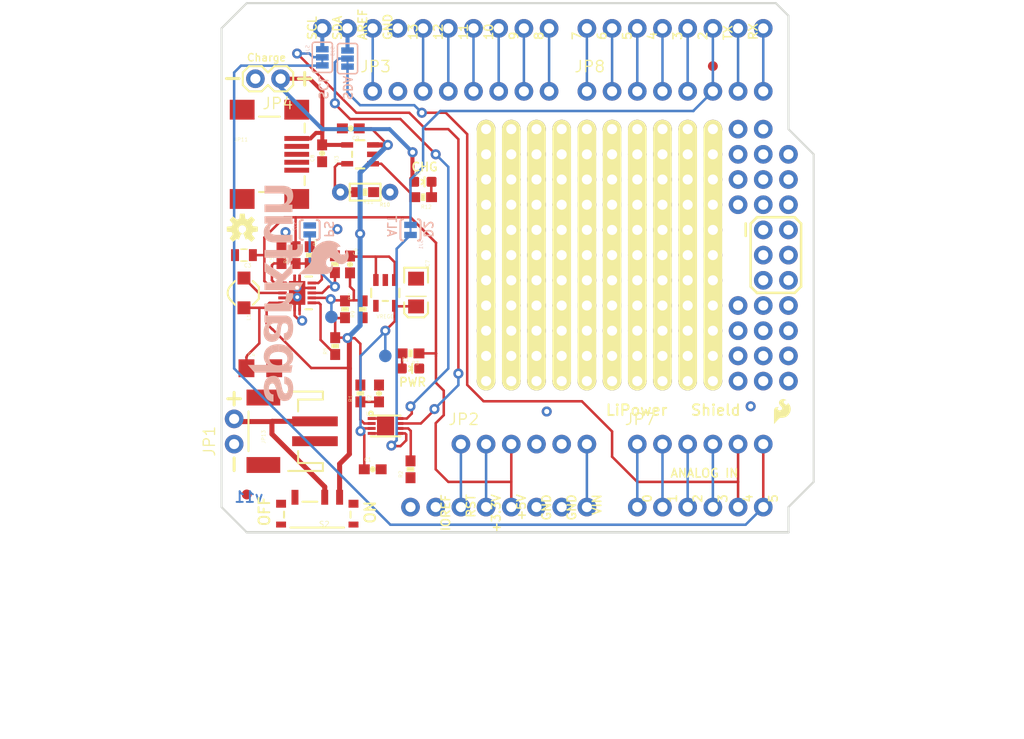
<source format=kicad_pcb>
(kicad_pcb (version 20211014) (generator pcbnew)
  (layers (0 "F.Cu" signal) (31 "B.Cu" signal) (34 "B.Paste" user) (35 "F.Paste" user) (36 "B.SilkS" user "B.Silkscreen") (37 "F.SilkS" user "F.Silkscreen") (38 "B.Mask" user) (39 "F.Mask" user) (44 "Edge.Cuts" user))
  (net 0 "")
  (net 1 "GND")
  (net 2 "PROG")
  (net 3 "N$5")
  (net 4 "5V")
  (net 5 "3.3V")
  (net 6 "VBATT")
  (net 7 "VBUS")
  (net 8 "SCL")
  (net 9 "N$20")
  (net 10 "RST")
  (net 11 "P1")
  (net 12 "P2")
  (net 13 "P3")
  (net 14 "P4")
  (net 15 "P5")
  (net 16 "P6")
  (net 17 "P7")
  (net 18 "P8")
  (net 19 "P9")
  (net 20 "P10")
  (net 21 "AREF")
  (net 22 "A3")
  (net 23 "A2")
  (net 24 "A1")
  (net 25 "A0")
  (net 26 "RX")
  (net 27 "TX")
  (net 28 "D3")
  (net 29 "D4")
  (net 30 "D5")
  (net 31 "D7")
  (net 32 "D6")
  (net 33 "D8")
  (net 34 "D9")
  (net 35 "D10")
  (net 36 "D11")
  (net 37 "D12")
  (net 38 "D13")
  (net 39 "D2")
  (net 40 "VIN")
  (net 41 "STAT")
  (net 42 "CELL")
  (net 43 "ALT")
  (net 44 "QST")
  (net 45 "3.3-ARDUINO")
  (net 46 "N$1")
  (net 47 "N$3")
  (net 48 "N$4")
  (net 49 "UVLO")
  (net 50 "FB")
  (net 51 "EN")
  (net 52 "PS")
  (net 53 "SDA-R3")
  (net 54 "SDA-A4")
  (net 55 "SCL-R3")
  (net 56 "SCL-A5")
  (net 57 "N$7")
  (net 58 "N$8")
  (net 59 "N$9")
  (net 60 "N$10")
  (net 61 "N$11")
  (net 62 "N$12")
  (net 63 "N$13")
  (net 64 "N$14")
  (net 65 "N$15")
  (net 66 "N$16")
  (net 67 "N$17")
  (net 68 "N$18")
  (net 69 "N$19")
  (net 70 "N$21")
  (net 71 "N$22")
  (net 72 "N$23")
  (net 73 "N$24")
  (net 74 "N$25")
  (net 75 "N$26")
  (net 76 "N$27")
  (net 77 "N$28")
  (net 78 "N$29")
  (net 79 "N$30")
  (net 80 "N$31")
  (net 81 "N$32")
  (net 82 "N$33")
  (net 83 "N$34")
  (net 84 "N$35")
  (net 85 "N$36")
  (net 86 "N$37")
  (footprint "boardEagle:1X02_NO_SILK" (layer "F.Cu") (at 119.9261 122.7709 90)
    (fp_text reference "JP1")
    (fp_text value "")
  )
  (footprint "boardEagle:0603-RES" (layer "F.Cu") (at 132.8801 109.1819 90)
    (fp_text reference "R9")
    (fp_text value "200k")
  )
  (footprint "boardEagle:1X06_NO_SILK" (layer "F.Cu") (at 160.5661 122.7709)
    (fp_text reference "JP7")
    (fp_text value "")
  )
  (footprint "boardEagle:FIDUCIAL-1X2" (layer "F.Cu") (at 168.1861 84.6709)
    (fp_text reference "FID2" hide)
    (fp_text value "FIDUCIAL1X2" hide)
  )
  (footprint "boardEagle:1X02" (layer "F.Cu") (at 124.609859 85.9409 180)
    (fp_text reference "JP4")
    (fp_text value "M02PTH")
  )
  (footprint "boardEagle:LED-0603" (layer "F.Cu") (at 137.7061 115.1509 -90)
    (fp_text reference "D1")
    (fp_text value "RED")
  )
  (footprint "boardEagle:0603-RES" (layer "F.Cu") (at 133.1341 97.3709 180)
    (fp_text reference "R11")
    (fp_text value "10k")
  )
  (footprint "boardEagle:0603-RES" (layer "F.Cu") (at 127.5461 103.7209 -90)
    (fp_text reference "R6")
    (fp_text value "220k")
  )
  (footprint "boardEagle:0603-RES" (layer "F.Cu") (at 132.6515 117.6655 90)
    (fp_text reference "R1")
    (fp_text value "1k")
  )
  (footprint "boardEagle:0603-RES" (layer "F.Cu") (at 137.7061 113.6269 180)
    (fp_text reference "R3")
    (fp_text value "330")
  )
  (footprint "boardEagle:INDUCTOR_4.7UH" (layer "F.Cu") (at 120.9167 107.5309 -90)
    (fp_text reference "L1")
    (fp_text value "4.7uH, 1.2A")
  )
  (footprint "boardEagle:QFN-10_PAD" (layer "F.Cu") (at 126.2761 107.5309 -90)
    (fp_text reference "U2" hide)
    (fp_text value "TPS61200" hide)
  )
  (footprint "boardEagle:1X06_NO_SILK" (layer "F.Cu") (at 142.7861 122.7709)
    (fp_text reference "JP2")
    (fp_text value "")
  )
  (footprint "boardEagle:0603-RES" (layer "F.Cu") (at 130.0861 104.6353 90)
    (fp_text reference "R8")
    (fp_text value "10k")
  )
  (footprint "boardEagle:0603-CAP" (layer "F.Cu") (at 128.795781 93.45676 90)
    (fp_text reference "C8")
    (fp_text value "4.7uF")
  )
  (footprint "boardEagle:USB-MINIB" (layer "F.Cu") (at 123.7361 93.5609)
    (fp_text reference "JP11")
    (fp_text value "USBSMD")
  )
  (footprint "boardEagle:UNO_R3_SHIELD" (layer "F.Cu") (at 118.6561 78.3209 -90)
    (fp_text reference "U4" hide)
    (fp_text value "ARDUINO_R3_SHIELD" hide)
  )
  (footprint "boardEagle:STAND-OFF-TIGHT" (layer "F.Cu") (at 175.8061 125.3109)
    (fp_text reference "JP10" hide)
    (fp_text value "STAND-OFFTIGHT" hide)
  )
  (footprint "boardEagle:SWITCH-SPST-SMD-A" (layer "F.Cu") (at 128.3081 129.8829 180)
    (fp_text reference "S2")
    (fp_text value "")
  )
  (footprint "boardEagle:LED-0603" (layer "F.Cu") (at 138.9507 96.3295 -90)
    (fp_text reference "D2")
    (fp_text value "RED")
  )
  (footprint "boardEagle:0603-RES" (layer "F.Cu") (at 126.1237 103.7209 90)
    (fp_text reference "R4")
    (fp_text value "2M")
  )
  (footprint "boardEagle:0603-CAP" (layer "F.Cu") (at 131.6863 90.9447 180)
    (fp_text reference "C9")
    (fp_text value "4.7uF")
  )
  (footprint "boardEagle:SOT23-5" (layer "F.Cu") (at 132.6261 93.5609 90)
    (fp_text reference "U3")
    (fp_text value "MCP73831")
  )
  (footprint "boardEagle:FIDUCIAL-1X2" (layer "F.Cu") (at 121.1961 127.8509)
    (fp_text reference "FID1" hide)
    (fp_text value "FIDUCIAL1X2" hide)
  )
  (footprint "boardEagle:0603-RES" (layer "F.Cu") (at 131.1021 109.1819 -90)
    (fp_text reference "R7")
    (fp_text value "2.0M")
  )
  (footprint "boardEagle:TDFN-8" (layer "F.Cu") (at 135.1915 120.9421)
    (fp_text reference "U1")
    (fp_text value "MAX17043G+U")
  )
  (footprint "boardEagle:JST-2-SMD" (layer "F.Cu") (at 124.37364 121.478041 90)
    (fp_text reference "JP13")
    (fp_text value "")
  )
  (footprint "boardEagle:1206" (layer "F.Cu") (at 122.5677 115.1255)
    (fp_text reference "C4")
    (fp_text value "10uF")
  )
  (footprint "boardEagle:0603-RES" (layer "F.Cu") (at 138.9761 97.8789 180)
    (fp_text reference "R12")
    (fp_text value "330")
  )
  (footprint "boardEagle:SOT23-5" (layer "F.Cu") (at 135.1661 107.5309 180)
    (fp_text reference "VREG0")
    (fp_text value "MIC5205-3.3V")
  )
  (footprint "boardEagle:1X08_NO_SILK" (layer "F.Cu") (at 155.4861 87.2109)
    (fp_text reference "JP8")
    (fp_text value "")
  )
  (footprint "boardEagle:0603-CAP" (layer "F.Cu") (at 131.6101 104.6607 -90)
    (fp_text reference "C6")
    (fp_text value "0.1uF")
  )
  (footprint "boardEagle:0603-RES" (layer "F.Cu") (at 137.7061 125.3109 90)
    (fp_text reference "R2")
    (fp_text value "4.7k")
  )
  (footprint "boardEagle:1_6W-RES" (layer "F.Cu") (at 133.1341 97.3709 180)
    (fp_text reference "R10")
    (fp_text value "DNP" hide)
  )
  (footprint "boardEagle:SFE_LOGO_FLAME_.1" (layer "F.Cu") (at 174.0281 121.1199)
    (fp_text reference "LOGO3" hide)
    (fp_text value "SFE_LOGO_FLAME.1_INCH" hide)
  )
  (footprint "boardEagle:EIA3216" (layer "F.Cu") (at 138.26744 107.4928 -90)
    (fp_text reference "C7")
    (fp_text value "10uF")
  )
  (footprint "boardEagle:0603-CAP" (layer "F.Cu") (at 133.8961 125.3109)
    (fp_text reference "C1")
    (fp_text value "10nF")
  )
  (footprint "boardEagle:0603-CAP" (layer "F.Cu") (at 134.5311 117.6655 90)
    (fp_text reference "C2")
    (fp_text value "1uF")
  )
  (footprint "boardEagle:0603-RES" (layer "F.Cu") (at 130.1115 112.8903 90)
    (fp_text reference "R5")
    (fp_text value "10k")
  )
  (footprint "boardEagle:CREATIVE_COMMONS" (layer "F.Cu") (at 116.643979 149.4409)
    (fp_text reference "FRAME1" hide)
    (fp_text value "FRAME-LETTER" hide)
  )
  (footprint "boardEagle:OSHW-LOGO-S" (layer "F.Cu") (at 120.749059 101.1047)
    (fp_text reference "LOGO1" hide)
    (fp_text value "OSHW-LOGOS" hide)
  )
  (footprint "boardEagle:0805" (layer "F.Cu") (at 120.9167 103.7209 180)
    (fp_text reference "C3")
    (fp_text value "22uF")
  )
  (footprint "boardEagle:STAND-OFF-TIGHT" (layer "F.Cu") (at 123.7361 80.8609)
    (fp_text reference "JP9" hide)
    (fp_text value "STAND-OFFTIGHT" hide)
  )
  (footprint "boardEagle:1X08_NO_SILK" (layer "F.Cu") (at 133.8961 87.2109)
    (fp_text reference "JP3")
    (fp_text value "")
  )
  (footprint "boardEagle:0603-CAP" (layer "F.Cu") (at 124.7013 103.7209 90)
    (fp_text reference "C5")
    (fp_text value "0.1uF")
  )
  (footprint "boardEagle:SJ_2S-NO" (layer "B.Cu") (at 127.5461 101.1809 -90)
    (fp_text reference "SJ2")
    (fp_text value "PS")
  )
  (footprint "boardEagle:SFE_LOGO_NAME_FLAME_.2" (layer "B.Cu") (at 121.1961 119.2149 90)
    (fp_text reference "LOGO2" hide)
    (fp_text value "SFE_LOGO_NAME_FLAME.2_INCH" hide)
  )
  (footprint "boardEagle:SJ_2S-TRACE" (layer "B.Cu") (at 137.7061 101.1809 90)
    (fp_text reference "SJ1")
    (fp_text value "SOLDERJUMPERTRACE")
  )
  (footprint "boardEagle:PAD.03X.05" (layer "B.Cu") (at 135.1661 113.8809 180)
    (fp_text reference "TP2" hide)
    (fp_text value "TEST-POINT3X5" hide)
  )
  (footprint "boardEagle:PAD.03X.05" (layer "B.Cu") (at 129.73304 109.948982 180)
    (fp_text reference "TP1" hide)
    (fp_text value "TEST-POINT3X5" hide)
  )
  (footprint "boardEagle:PAD-JUMPER-3-2OF3_NC_BY_TRACE_YES_SILK_FULL_BOX" (layer "B.Cu") (at 128.8161 83.7819 -90)
    (fp_text reference "SJ4")
    (fp_text value "SCL")
  )
  (footprint "boardEagle:PAD-JUMPER-3-2OF3_NC_BY_TRACE_YES_SILK_FULL_BOX" (layer "B.Cu") (at 131.3561 83.9089 -90)
    (fp_text reference "SJ3")
    (fp_text value "SDA")
  )
  (gr_line (start 152.9461 91.0209) (end 152.9461 116.4209) (layer "F.SilkS") (width 1.8796))
  (gr_line (start 177.07864 106.888282) (end 177.07864 100.5459) (layer "F.SilkS") (width 0.254))
  (gr_line (start 171.498259 100.523041) (end 171.498259 101.764482) (layer "F.SilkS") (width 0.254))
  (gr_line (start 172.598081 99.943919) (end 172.595543 99.943919) (layer "F.SilkS") (width 0.254))
  (gr_line (start 172.6438 99.8982) (end 172.598081 99.943919) (layer "F.SilkS") (width 0.254))
  (gr_line (start 176.438562 107.52836) (end 177.07864 106.888282) (layer "F.SilkS") (width 0.254))
  (gr_line (start 150.4061 91.0209) (end 150.4061 116.4209) (layer "F.SilkS") (width 1.8796))
  (gr_line (start 145.3261 91.0209) (end 145.3261 116.4209) (layer "F.SilkS") (width 1.8796))
  (gr_line (start 147.8661 91.0209) (end 147.8661 116.4209) (layer "F.SilkS") (width 1.8796))
  (gr_line (start 173.2661 107.5309) (end 172.6311 107.5309) (layer "F.SilkS") (width 0.254))
  (gr_line (start 127.0381 86.5759) (end 127.0381 85.3059) (layer "F.SilkS") (width 0.3048))
  (gr_line (start 172.6311 107.5309) (end 171.9961 106.8959) (layer "F.SilkS") (width 0.254))
  (gr_line (start 119.156481 85.920582) (end 120.426481 85.920582) (layer "F.SilkS") (width 0.3048))
  (gr_line (start 119.9261 118.8339) (end 119.9261 117.5639) (layer "F.SilkS") (width 0.3048))
  (gr_line (start 160.5661 91.0209) (end 160.5661 116.4209) (layer "F.SilkS") (width 1.8796))
  (gr_line (start 171.9961 106.8959) (end 171.9961 100.5459) (layer "F.SilkS") (width 0.254))
  (gr_arc (start 171.50588 101.782882) (mid 171.500239 101.77444) (end 171.498259 101.764482) (layer "F.SilkS") (width 0.254))
  (gr_line (start 155.4861 91.0209) (end 155.4861 116.4209) (layer "F.SilkS") (width 1.8796))
  (gr_line (start 163.1061 91.0209) (end 163.1061 116.4209) (layer "F.SilkS") (width 1.8796))
  (gr_line (start 171.9961 100.5459) (end 172.598081 99.943919) (layer "F.SilkS") (width 0.254))
  (gr_line (start 119.9261 125.4379) (end 119.9261 124.1679) (layer "F.SilkS") (width 0.3048))
  (gr_line (start 168.1861 91.0209) (end 168.1861 116.4209) (layer "F.SilkS") (width 1.8796))
  (gr_line (start 172.6311 107.52836) (end 176.438562 107.52836) (layer "F.SilkS") (width 0.254))
  (gr_line (start 119.2911 118.1989) (end 120.5611 118.1989) (layer "F.SilkS") (width 0.3048))
  (gr_line (start 126.4031 85.9409) (end 127.6731 85.9409) (layer "F.SilkS") (width 0.3048))
  (gr_line (start 158.0261 91.0209) (end 158.0261 116.4209) (layer "F.SilkS") (width 1.8796))
  (gr_line (start 176.43094 99.8982) (end 172.6438 99.8982) (layer "F.SilkS") (width 0.254))
  (gr_line (start 177.07864 100.5459) (end 176.43094 99.8982) (layer "F.SilkS") (width 0.254))
  (gr_line (start 165.6461 91.0209) (end 165.6461 116.4209) (layer "F.SilkS") (width 1.8796))
  (gr_line (start 175.8061 129.1209) (end 175.8061 131.6609) (layer "Edge.Cuts") (width 0.2032))
  (gr_line (start 118.6561 80.8609) (end 121.1961 78.3209) (layer "Edge.Cuts") (width 0.2032))
  (gr_line (start 121.1961 131.6609) (end 118.6561 129.1209) (layer "Edge.Cuts") (width 0.2032))
  (gr_line (start 118.6561 129.1209) (end 118.6561 80.8609) (layer "Edge.Cuts") (width 0.2032))
  (gr_line (start 121.1961 78.3209) (end 174.5361 78.3209) (layer "Edge.Cuts") (width 0.2032))
  (gr_line (start 175.8061 79.5909) (end 175.8061 91.0209) (layer "Edge.Cuts") (width 0.2032))
  (gr_line (start 178.3461 93.5609) (end 178.3461 126.5809) (layer "Edge.Cuts") (width 0.2032))
  (gr_line (start 178.3461 126.5809) (end 175.8061 129.1209) (layer "Edge.Cuts") (width 0.2032))
  (gr_line (start 174.5361 78.3209) (end 175.8061 79.5909) (layer "Edge.Cuts") (width 0.2032))
  (gr_line (start 121.1961 131.6609) (end 175.8061 131.6609) (layer "Edge.Cuts") (width 0.254))
  (gr_line (start 175.8061 91.0209) (end 178.3461 93.5609) (layer "Edge.Cuts") (width 0.2032))
  (gr_text "v11" (at 122.9741 128.7399) (layer "B.Cu") (effects (font (size 1.0795 1.0795) (thickness 0.1905)) (justify left bottom mirror)))
  (gr_text "SCL" (at 129.407918 85.53196 -90) (layer "B.SilkS") (effects (font (size 0.8636 0.8636) (thickness 0.1524)) (justify right top mirror)))
  (gr_text "ALT" (at 136.3091 99.6569 -90) (layer "B.SilkS") (effects (font (size 0.8636 0.8636) (thickness 0.1524)) (justify right top mirror)))
  (gr_text "D2" (at 139.9921 100.1649 -90) (layer "B.SilkS") (effects (font (size 0.8636 0.8636) (thickness 0.1524)) (justify right top mirror)))
  (gr_text "PS" (at 129.9591 100.1649 -90) (layer "B.SilkS") (effects (font (size 0.8636 0.8636) (thickness 0.1524)) (justify right top mirror)))
  (gr_text "SDA" (at 131.85394 85.55736 -90) (layer "B.SilkS") (effects (font (size 0.8636 0.8636) (thickness 0.1524)) (justify right top mirror)))
  (gr_text "CHG" (at 137.7061 95.3389) (layer "F.SilkS") (effects (font (size 0.8636 0.8636) (thickness 0.1524)) (justify left bottom)))
  (gr_text "LiPower" (at 163.713162 118.71706) (layer "F.SilkS") (effects (font (size 1.0795 1.0795) (thickness 0.1905)) (justify right top)))
  (gr_text "Charge" (at 121.137678 84.2518) (layer "F.SilkS") (effects (font (size 0.75565 0.75565) (thickness 0.13335)) (justify left bottom)))
  (gr_text "ON" (at 134.2771 130.8989 90) (layer "F.SilkS") (effects (font (size 1.0795 1.0795) (thickness 0.1905)) (justify left bottom)))
  (gr_text "PWR" (at 136.456418 117.033041) (layer "F.SilkS") (effects (font (size 0.8636 0.8636) (thickness 0.1524)) (justify left bottom)))
  (gr_text "OFF" (at 123.6091 131.1529 90) (layer "F.SilkS") (effects (font (size 1.0795 1.0795) (thickness 0.1905)) (justify left bottom)))
  (gr_text "Shield " (at 171.917359 118.714519) (layer "F.SilkS") (effects (font (size 1.0795 1.0795) (thickness 0.1905)) (justify right top)))
  (segment (start 127.7511 107.0309) (end 126.7761 107.0309) (width 0.254) (layer "F.Cu") (net 1))
  (segment (start 135.1915 120.9421) (end 134.4415 121.6921) (width 0.254) (layer "F.Cu") (net 1))
  (segment (start 126.2761 107.5309) (end 126.5261 107.2809) (width 0.254) (layer "F.Cu") (net 1))
  (segment (start 134.4415 120.1921) (end 135.1915 120.9421) (width 0.254) (layer "F.Cu") (net 1))
  (segment (start 126.2761 107.5309) (end 125.7761 108.0309) (width 0.254) (layer "F.Cu") (net 1))
  (segment (start 126.0261 109.0309) (end 126.0261 109.8209) (width 0.254) (layer "F.Cu") (net 1))
  (segment (start 126.5261 109.0309) (end 126.5261 109.6859) (width 0.254) (layer "F.Cu") (net 1))
  (segment (start 133.7915 120.1921) (end 134.4415 120.1921) (width 0.254) (layer "F.Cu") (net 1))
  (segment (start 125.7761 108.0309) (end 124.8011 108.0309) (width 0.254) (layer "F.Cu") (net 1))
  (segment (start 126.0261 107.2809) (end 126.0261 106.0309) (width 0.254) (layer "F.Cu") (net 1))
  (segment (start 134.4415 121.6921) (end 133.7915 121.6921) (width 0.254) (layer "F.Cu") (net 1))
  (segment (start 126.5261 107.2809) (end 126.5261 106.0309) (width 0.254) (layer "F.Cu") (net 1))
  (segment (start 126.7761 107.0309) (end 126.2761 107.5309) (width 0.254) (layer "F.Cu") (net 1))
  (segment (start 126.0261 107.7809) (end 126.2761 107.5309) (width 0.254) (layer "F.Cu") (net 1))
  (segment (start 126.2761 107.5309) (end 126.0261 107.2809) (width 0.254) (layer "F.Cu") (net 1))
  (segment (start 126.0261 109.8209) (end 126.4031 110.1979) (width 0.254) (layer "F.Cu") (net 1))
  (segment (start 126.0261 109.0309) (end 126.0261 107.7809) (width 0.254) (layer "F.Cu") (net 1))
  (via (at 130.3401 101.1047) (size 1.016) (drill 0.508) (layers "F.Cu" "B.Cu") (net 1))
  (via (at 126.7841 110.3249) (size 1.016) (drill 0.508) (layers "F.Cu" "B.Cu") (net 1))
  (via (at 151.43734 119.486682) (size 1.016) (drill 0.508) (layers "F.Cu" "B.Cu") (net 1))
  (via (at 171.9961 118.9609) (size 1.016) (drill 0.508) (layers "F.Cu" "B.Cu") (net 1))
  (via (at 125.1077 101.4095) (size 1.016) (drill 0.508) (layers "F.Cu" "B.Cu") (net 1))
  (via (at 126.2888 107.957619) (size 0.889) (drill 0.381) (layers "F.Cu" "B.Cu") (net 1))
  (via (at 126.268481 107.000044) (size 0.889) (drill 0.381) (layers "F.Cu" "B.Cu") (net 1))
  (segment (start 130.0861 94.8309) (end 130.0861 96.8229) (width 0.254) (layer "F.Cu") (net 2))
  (segment (start 131.326 94.5109) (end 130.4061 94.5109) (width 0.254) (layer "F.Cu") (net 2))
  (segment (start 130.4061 94.5109) (end 130.0861 94.8309) (width 0.254) (layer "F.Cu") (net 2))
  (segment (start 130.6341 97.3709) (end 132.2841 97.3709) (width 0.254) (layer "F.Cu") (net 2))
  (segment (start 130.0861 96.8229) (end 130.6341 97.3709) (width 0.254) (layer "F.Cu") (net 2))
  (segment (start 139.8007 96.3565) (end 139.8277 96.3295) (width 0.254) (layer "F.Cu") (net 3))
  (segment (start 139.8007 97.8535) (end 139.8261 97.8789) (width 0.254) (layer "F.Cu") (net 3))
  (segment (start 139.8007 96.3565) (end 139.8007 97.8535) (width 0.254) (layer "F.Cu") (net 3))
  (segment (start 122.9741 101.9429) (end 125.0061 99.9109) (width 0.254) (layer "F.Cu") (net 4))
  (segment (start 122.9741 106.3371) (end 122.9741 103.7209) (width 0.254) (layer "F.Cu") (net 4))
  (segment (start 140.271003 102.475804) (end 137.7061 99.9109) (width 0.254) (layer "F.Cu") (net 4))
  (segment (start 141.0589 117.3861) (end 140.271003 116.598204) (width 0.254) (layer "F.Cu") (net 4))
  (segment (start 147.8661 126.5809) (end 147.8661 129.1209) (width 0.254) (layer "F.Cu") (net 4))
  (segment (start 140.2461 125.3109) (end 140.2461 120.6627) (width 0.254) (layer "F.Cu") (net 4))
  (segment (start 126.1237 99.9109) (end 125.0061 99.9109) (width 0.254) (layer "F.Cu") (net 4))
  (segment (start 140.2715 102.4763) (end 140.2715 102.476301) (width 0.254) (layer "F.Cu") (net 4))
  (segment (start 121.8167 103.7209) (end 122.9741 103.7209) (width 0.254) (layer "F.Cu") (net 4))
  (segment (start 140.271003 116.598204) (end 140.271003 113.8809) (width 0.254) (layer "F.Cu") (net 4))
  (segment (start 140.2715 113.6523) (end 140.2715 102.4763) (width 0.254) (layer "F.Cu") (net 4))
  (segment (start 140.271003 113.8809) (end 140.271003 113.652797) (width 0.254) (layer "F.Cu") (net 4))
  (segment (start 140.271003 113.6269) (end 140.271003 113.652797) (width 0.254) (layer "F.Cu") (net 4))
  (segment (start 141.5161 126.5809) (end 147.8661 126.5809) (width 0.254) (layer "F.Cu") (net 4))
  (segment (start 126.1237 99.9109) (end 126.1237 102.8709) (width 0.254) (layer "F.Cu") (net 4))
  (segment (start 140.271003 113.652797) (end 140.2715 113.6523) (width 0.254) (layer "F.Cu") (net 4))
  (segment (start 138.5561 113.6269) (end 140.271003 113.6269) (width 0.254) (layer "F.Cu") (net 4))
  (segment (start 140.2715 102.476301) (end 140.271003 102.475804) (width 0.254) (layer "F.Cu") (net 4))
  (segment (start 140.2461 120.6627) (end 141.0589 119.8499) (width 0.254) (layer "F.Cu") (net 4))
  (segment (start 147.8661 122.7709) (end 147.8661 126.5809) (width 0.254) (layer "F.Cu") (net 4))
  (segment (start 141.0589 119.8499) (end 141.0589 117.3861) (width 0.254) (layer "F.Cu") (net 4))
  (segment (start 140.2461 125.3109) (end 141.5161 126.5809) (width 0.254) (layer "F.Cu") (net 4))
  (segment (start 122.9741 103.7209) (end 122.9741 101.9429) (width 0.254) (layer "F.Cu") (net 4))
  (segment (start 137.7061 99.9109) (end 126.1237 99.9109) (width 0.254) (layer "F.Cu") (net 4))
  (segment (start 140.271003 113.652797) (end 140.271003 113.652797) (width 0.254) (layer "F.Cu") (net 4))
  (segment (start 123.6679 107.0309) (end 124.8011 107.0309) (width 0.254) (layer "F.Cu") (net 4))
  (segment (start 123.6679 107.0309) (end 122.9741 106.3371) (width 0.254) (layer "F.Cu") (net 4))
  (segment (start 136.1161 110.3909) (end 136.1161 108.831) (width 0.254) (layer "F.Cu") (net 5))
  (segment (start 133.7915 121.1921) (end 132.93744 121.1921) (width 0.254) (layer "F.Cu") (net 5))
  (segment (start 135.1661 111.3409) (end 136.1161 110.3909) (width 0.254) (layer "F.Cu") (net 5))
  (segment (start 133.0461 121.837085) (end 133.0461 125.3109) (width 0.254) (layer "F.Cu") (net 5))
  (segment (start 136.1161 108.831) (end 136.216 108.9309) (width 0.254) (layer "F.Cu") (net 5))
  (segment (start 138.25474 108.8801) (end 138.26744 108.8928) (width 0.254) (layer "F.Cu") (net 5))
  (segment (start 132.93744 121.1921) (end 132.669278 121.460263) (width 0.254) (layer "F.Cu") (net 5))
  (segment (start 132.669278 121.460263) (end 133.0461 121.837085) (width 0.254) (layer "F.Cu") (net 5))
  (segment (start 136.216 108.9309) (end 136.2668 108.8801) (width 0.254) (layer "F.Cu") (net 5))
  (segment (start 132.758181 125.022982) (end 133.0461 125.3109) (width 0.254) (layer "F.Cu") (net 5))
  (segment (start 136.2668 108.8801) (end 138.25474 108.8801) (width 0.254) (layer "F.Cu") (net 5))
  (via (at 135.1661 111.3409) (size 1.016) (drill 0.508) (layers "F.Cu" "B.Cu") (net 5))
  (via (at 132.669278 121.460263) (size 1.016) (drill 0.508) (layers "F.Cu" "B.Cu") (net 5))
  (segment (start 135.1661 111.399319) (end 132.669278 113.896141) (width 0.254) (layer "B.Cu") (net 5))
  (segment (start 132.669278 121.460263) (end 132.669278 113.896141) (width 0.254) (layer "B.Cu") (net 5))
  (segment (start 135.1661 113.8809) (end 135.1661 111.3409) (width 0.254) (layer "B.Cu") (net 5))
  (segment (start 135.1661 111.3409) (end 135.1661 111.399319) (width 0.254) (layer "B.Cu") (net 5))
  (segment (start 131.544059 115.1509) (end 131.544059 112.26546) (width 0.508) (layer "F.Cu") (net 6))
  (segment (start 131.544059 123.781819) (end 131.544059 115.1509) (width 0.508) (layer "F.Cu") (net 6))
  (segment (start 132.6261 103.8733) (end 131.6727 103.8733) (width 0.254) (layer "F.Cu") (net 6))
  (segment (start 121.1677 115.1255) (end 121.1677 114.01451) (width 0.254) (layer "F.Cu") (net 6))
  (segment (start 130.1115 110.1725) (end 130.2131 110.0709) (width 0.254) (layer "F.Cu") (net 6))
  (segment (start 136.1161 104.4423) (end 136.1161 106.2308) (width 0.254) (layer "F.Cu") (net 6))
  (segment (start 123.4981 108.5309) (end 123.2027 108.8263) (width 0.254) (layer "F.Cu") (net 6))
  (segment (start 132.6515 112.664241) (end 132.077459 112.0902) (width 0.254) (layer "F.Cu") (net 6))
  (segment (start 134.1501 103.8733) (end 134.2111 103.9343) (width 0.254) (layer "F.Cu") (net 6))
  (segment (start 124.8011 108.5309) (end 123.4981 108.5309) (width 0.254) (layer "F.Cu") (net 6))
  (segment (start 121.242093 113.834907) (end 122.4661 112.6109) (width 0.254) (layer "F.Cu") (net 6))
  (segment (start 123.7615 111.1885) (end 123.7869 111.1885) (width 0.254) (layer "F.Cu") (net 6))
  (segment (start 130.1115 112.0403) (end 131.3561 112.0403) (width 0.254) (layer "F.Cu") (net 6))
  (segment (start 130.0861 103.7853) (end 130.1115 103.8107) (width 0.254) (layer "F.Cu") (net 6))
  (segment (start 131.544059 112.26546) (end 131.3561 112.0775) (width 0.508) (layer "F.Cu") (net 6))
  (segment (start 134.2111 103.9343) (end 134.2161 103.9343) (width 0.254) (layer "F.Cu") (net 6))
  (segment (start 123.7869 111.1885) (end 127.6985 115.1001) (width 0.254) (layer "F.Cu") (net 6))
  (segment (start 132.077459 112.0902) (end 131.3688 112.0902) (width 0.254) (layer "F.Cu") (net 6))
  (segment (start 121.1677 114.014509) (end 121.242093 113.834907) (width 0.254) (layer "F.Cu") (net 6))
  (segment (start 134.1501 103.8733) (end 132.6261 103.8733) (width 0.254) (layer "F.Cu") (net 6))
  (segment (start 130.5581 128.1329) (end 130.5581 124.767779) (width 0.508) (layer "F.Cu") (net 6))
  (segment (start 131.0631 110.0709) (end 131.1021 110.0319) (width 0.254) (layer "F.Cu") (net 6))
  (segment (start 132.5363 90.9447) (end 133.7539 90.9447) (width 0.254) (layer "F.Cu") (net 6))
  (segment (start 122.4661 109.0309) (end 123.2027 109.0309) (width 0.254) (layer "F.Cu") (net 6))
  (segment (start 134.1501 103.8733) (end 135.5471 103.8733) (width 0.254) (layer "F.Cu") (net 6))
  (segment (start 120.9167 109.0309) (end 122.4661 109.0309) (width 0.254) (layer "F.Cu") (net 6))
  (segment (start 130.1115 112.0403) (end 130.1115 110.1725) (width 0.254) (layer "F.Cu") (net 6))
  (segment (start 135.4201 92.6109) (end 133.9262 92.6109) (width 0.508) (layer "F.Cu") (net 6))
  (segment (start 123.2027 109.0309) (end 123.2027 108.8263) (width 0.254) (layer "F.Cu") (net 6))
  (segment (start 131.493259 115.1001) (end 131.544059 115.1509) (width 0.254) (layer "F.Cu") (net 6))
  (segment (start 131.3688 112.0902) (end 131.3561 112.0775) (width 0.254) (layer "F.Cu") (net 6))
  (segment (start 132.6261 101.5619) (end 132.6261 103.8733) (width 0.254) (layer "F.Cu") (net 6))
  (segment (start 130.1115 103.8107) (end 131.6101 103.8107) (width 0.254) (layer "F.Cu") (net 6))
  (segment (start 134.2161 103.9343) (end 134.2161 106.2308) (width 0.254) (layer "F.Cu") (net 6))
  (segment (start 122.4661 112.6109) (end 122.4661 109.0309) (width 0.254) (layer "F.Cu") (net 6))
  (segment (start 127.6985 115.1001) (end 131.493259 115.1001) (width 0.254) (layer "F.Cu") (net 6))
  (segment (start 121.1677 114.01451) (end 121.1677 114.014509) (width 0.254) (layer "F.Cu") (net 6))
  (segment (start 130.5581 124.767779) (end 131.544059 123.781819) (width 0.508) (layer "F.Cu") (net 6))
  (segment (start 131.6727 103.8733) (end 131.6101 103.8107) (width 0.254) (layer "F.Cu") (net 6))
  (segment (start 131.3561 112.0775) (end 131.3561 112.0403) (width 0.254) (layer "F.Cu") (net 6))
  (segment (start 135.5471 103.8733) (end 136.1161 104.4423) (width 0.254) (layer "F.Cu") (net 6))
  (segment (start 130.2131 110.0709) (end 131.0631 110.0709) (width 0.254) (layer "F.Cu") (net 6))
  (segment (start 123.2027 109.0309) (end 123.2027 110.6297) (width 0.254) (layer "F.Cu") (net 6))
  (segment (start 123.2027 110.6297) (end 123.7615 111.1885) (width 0.254) (layer "F.Cu") (net 6))
  (segment (start 133.7539 90.9447) (end 135.4201 92.6109) (width 0.254) (layer "F.Cu") (net 6))
  (segment (start 132.6515 116.8155) (end 132.6515 112.664241) (width 0.254) (layer "F.Cu") (net 6))
  (via (at 135.4201 92.6109) (size 1.016) (drill 0.508) (layers "F.Cu" "B.Cu") (net 6))
  (via (at 132.6261 101.5619) (size 1.016) (drill 0.508) (layers "F.Cu" "B.Cu") (net 6))
  (via (at 131.3561 112.0775) (size 1.016) (drill 0.508) (layers "F.Cu" "B.Cu") (net 6))
  (segment (start 132.6261 95.4049) (end 135.4201 92.6109) (width 0.508) (layer "B.Cu") (net 6))
  (segment (start 132.6261 101.5619) (end 132.6261 95.4049) (width 0.508) (layer "B.Cu") (net 6))
  (segment (start 131.3561 112.0775) (end 132.6261 110.8075) (width 0.508) (layer "B.Cu") (net 6))
  (segment (start 132.6261 110.8075) (end 132.6261 101.5619) (width 0.508) (layer "B.Cu") (net 6))
  (segment (start 132.656581 101.592382) (end 132.6261 101.5619) (width 0.508) (layer "B.Cu") (net 6))
  (segment (start 137.901681 96.157482) (end 137.901681 93.3704) (width 0.4064) (layer "F.Cu") (net 7))
  (segment (start 128.795781 92.60676) (end 128.8161 92.60676) (width 0.4064) (layer "F.Cu") (net 7))
  (segment (start 126.2361 91.9609) (end 127.6221 91.9609) (width 0.4064) (layer "F.Cu") (net 7))
  (segment (start 128.8161 92.60676) (end 128.8161 91.2749) (width 0.4064) (layer "F.Cu") (net 7))
  (segment (start 128.8161 87.2109) (end 127.5461 85.9409) (width 0.4064) (layer "F.Cu") (net 7))
  (segment (start 128.1811 91.4019) (end 128.6891 91.4019) (width 0.4064) (layer "F.Cu") (net 7))
  (segment (start 128.6891 91.4019) (end 128.8161 91.2749) (width 0.4064) (layer "F.Cu") (net 7))
  (segment (start 128.8161 91.2749) (end 128.8161 87.2109) (width 0.4064) (layer "F.Cu") (net 7))
  (segment (start 137.901681 93.3704) (end 137.919459 93.352622) (width 0.4064) (layer "F.Cu") (net 7))
  (segment (start 137.901681 96.157482) (end 138.0737 96.3295) (width 0.4064) (layer "F.Cu") (net 7))
  (segment (start 127.5461 85.9409) (end 124.609859 85.9409) (width 0.4064) (layer "F.Cu") (net 7))
  (segment (start 131.326 92.6109) (end 128.795781 92.6109) (width 0.4064) (layer "F.Cu") (net 7))
  (segment (start 127.6221 91.9609) (end 128.1811 91.4019) (width 0.4064) (layer "F.Cu") (net 7))
  (segment (start 128.795781 92.6109) (end 128.795781 92.60676) (width 0.4064) (layer "F.Cu") (net 7))
  (via (at 137.919459 93.352622) (size 1.016) (drill 0.508) (layers "F.Cu" "B.Cu") (net 7))
  (segment (start 124.609859 86.81466) (end 128.8161 91.0209) (width 0.4064) (layer "B.Cu") (net 7))
  (segment (start 128.8161 91.0209) (end 135.587737 91.0209) (width 0.4064) (layer "B.Cu") (net 7))
  (segment (start 124.609859 86.81466) (end 124.609859 85.9409) (width 0.4064) (layer "B.Cu") (net 7))
  (segment (start 135.587737 91.0209) (end 137.919459 93.352622) (width 0.4064) (layer "B.Cu") (net 7))
  (segment (start 136.5915 120.6921) (end 138.7515 120.6921) (width 0.254) (layer "F.Cu") (net 8))
  (segment (start 132.2451 89.3699) (end 126.2761 83.4009) (width 0.254) (layer "F.Cu") (net 8))
  (segment (start 140.1191 119.3245) (end 140.1191 119.2403) (width 0.254) (layer "F.Cu") (net 8))
  (segment (start 142.5321 115.6589) (end 142.5321 92.0369) (width 0.254) (layer "F.Cu") (net 8))
  (segment (start 137.5791 89.3699) (end 132.2451 89.3699) (width 0.254) (layer "F.Cu") (net 8))
  (segment (start 139.2301 91.0209) (end 137.5791 89.3699) (width 0.254) (layer "F.Cu") (net 8))
  (segment (start 138.7515 120.6921) (end 140.1191 119.3245) (width 0.254) (layer "F.Cu") (net 8))
  (segment (start 141.5161 91.0209) (end 139.2301 91.0209) (width 0.254) (layer "F.Cu") (net 8))
  (segment (start 142.5321 92.0369) (end 141.5161 91.0209) (width 0.254) (layer "F.Cu") (net 8))
  (via (at 142.5321 115.6589) (size 1.016) (drill 0.508) (layers "F.Cu" "B.Cu") (net 8))
  (via (at 126.2761 83.4009) (size 1.016) (drill 0.508) (layers "F.Cu" "B.Cu") (net 8))
  (via (at 140.1191 119.2403) (size 1.016) (drill 0.508) (layers "F.Cu" "B.Cu") (net 8))
  (segment (start 127.881381 83.764119) (end 128.798318 83.764119) (width 0.254) (layer "B.Cu") (net 8))
  (segment (start 126.2761 83.4009) (end 127.518162 83.4009) (width 0.254) (layer "B.Cu") (net 8))
  (segment (start 127.518162 83.4009) (end 127.881381 83.764119) (width 0.254) (layer "B.Cu") (net 8))
  (segment (start 128.798318 83.764119) (end 128.8161 83.7819) (width 0.254) (layer "B.Cu") (net 8))
  (segment (start 140.1191 119.2403) (end 142.5321 116.8273) (width 0.254) (layer "B.Cu") (net 8))
  (segment (start 142.5321 116.8273) (end 142.5321 115.6589) (width 0.254) (layer "B.Cu") (net 8))
  (segment (start 140.1191 119.2403) (end 140.1191 119.5959) (width 0.254) (layer "B.Cu") (net 8))
  (segment (start 128.8669 83.7311) (end 128.8161 83.7819) (width 0.254) (layer "B.Cu") (net 8))
  (segment (start 140.2461 93.5609) (end 136.6901 90.0049) (width 0.254) (layer "F.Cu") (net 9))
  (segment (start 130.0861 88.4809) (end 131.6101 90.0049) (width 0.254) (layer "F.Cu") (net 9))
  (segment (start 137.3385 120.1921) (end 136.5915 120.1921) (width 0.254) (layer "F.Cu") (net 9))
  (segment (start 137.8331 119.6975) (end 137.8331 119.0879) (width 0.254) (layer "F.Cu") (net 9))
  (segment (start 136.6901 90.0049) (end 131.6101 90.0049) (width 0.254) (layer "F.Cu") (net 9))
  (segment (start 130.0861 88.409782) (end 130.0861 88.4809) (width 0.254) (layer "F.Cu") (net 9))
  (segment (start 137.8331 119.0879) (end 137.7061 118.9609) (width 0.254) (layer "F.Cu") (net 9))
  (segment (start 137.3385 120.1921) (end 137.8331 119.6975) (width 0.254) (layer "F.Cu") (net 9))
  (via (at 140.2461 93.5609) (size 1.016) (drill 0.508) (layers "F.Cu" "B.Cu") (net 9))
  (via (at 137.7061 118.9609) (size 1.016) (drill 0.508) (layers "F.Cu" "B.Cu") (net 9))
  (via (at 130.0861 88.409782) (size 1.016) (drill 0.508) (layers "F.Cu" "B.Cu") (net 9))
  (segment (start 141.5161 94.8309) (end 140.2461 93.5609) (width 0.254) (layer "B.Cu") (net 9))
  (segment (start 130.0861 88.409782) (end 130.0861 84.2899) (width 0.254) (layer "B.Cu") (net 9))
  (segment (start 137.7061 118.9609) (end 141.5161 115.1509) (width 0.254) (layer "B.Cu") (net 9))
  (segment (start 130.4671 83.9089) (end 131.3561 83.9089) (width 0.254) (layer "B.Cu") (net 9))
  (segment (start 130.0861 84.2899) (end 130.4671 83.9089) (width 0.254) (layer "B.Cu") (net 9))
  (segment (start 141.5161 115.1509) (end 141.5161 94.8309) (width 0.254) (layer "B.Cu") (net 9))
  (segment (start 142.7861 129.1209) (end 142.7861 122.7709) (width 0.254) (layer "B.Cu") (net 10))
  (via (at 145.3261 98.6409) (size 1.8796) (drill 1.016) (layers "F.Cu" "B.Cu") (net 11))
  (via (at 145.3261 116.4209) (size 1.8796) (drill 1.016) (layers "F.Cu" "B.Cu") (net 11))
  (via (at 145.3261 93.5609) (size 1.8796) (drill 1.016) (layers "F.Cu" "B.Cu") (net 11))
  (via (at 145.3261 101.1809) (size 1.8796) (drill 1.016) (layers "F.Cu" "B.Cu") (net 11))
  (via (at 145.3261 91.0209) (size 1.8796) (drill 1.016) (layers "F.Cu" "B.Cu") (net 11))
  (via (at 145.3261 96.1009) (size 1.8796) (drill 1.016) (layers "F.Cu" "B.Cu") (net 11))
  (via (at 145.3261 111.3409) (size 1.8796) (drill 1.016) (layers "F.Cu" "B.Cu") (net 11))
  (via (at 145.3261 103.7209) (size 1.8796) (drill 1.016) (layers "F.Cu" "B.Cu") (net 11))
  (via (at 145.3261 106.2609) (size 1.8796) (drill 1.016) (layers "F.Cu" "B.Cu") (net 11))
  (via (at 145.3261 113.8809) (size 1.8796) (drill 1.016) (layers "F.Cu" "B.Cu") (net 11))
  (via (at 145.3261 108.8009) (size 1.8796) (drill 1.016) (layers "F.Cu" "B.Cu") (net 11))
  (segment (start 145.3261 116.4209) (end 145.3261 113.8809) (width 0.254) (layer "B.Cu") (net 11))
  (segment (start 145.3261 108.8009) (end 145.3261 106.2609) (width 0.254) (layer "B.Cu") (net 11))
  (segment (start 145.3261 93.5609) (end 145.3261 91.0209) (width 0.254) (layer "B.Cu") (net 11))
  (segment (start 145.3261 103.7209) (end 145.3261 101.1809) (width 0.254) (layer "B.Cu") (net 11))
  (segment (start 145.3261 96.1009) (end 145.3261 93.5609) (width 0.254) (layer "B.Cu") (net 11))
  (segment (start 145.3261 106.2609) (end 145.3261 103.7209) (width 0.254) (layer "B.Cu") (net 11))
  (segment (start 145.3261 113.8809) (end 145.3261 111.3409) (width 0.254) (layer "B.Cu") (net 11))
  (segment (start 145.3261 98.6409) (end 145.3261 96.1009) (width 0.254) (layer "B.Cu") (net 11))
  (segment (start 145.3261 111.3409) (end 145.3261 108.8009) (width 0.254) (layer "B.Cu") (net 11))
  (segment (start 145.3261 101.1809) (end 145.3261 98.6409) (width 0.254) (layer "B.Cu") (net 11))
  (via (at 147.8661 93.5609) (size 1.8796) (drill 1.016) (layers "F.Cu" "B.Cu") (net 12))
  (via (at 147.8661 111.3409) (size 1.8796) (drill 1.016) (layers "F.Cu" "B.Cu") (net 12))
  (via (at 147.8661 116.4209) (size 1.8796) (drill 1.016) (layers "F.Cu" "B.Cu") (net 12))
  (via (at 147.8661 98.6409) (size 1.8796) (drill 1.016) (layers "F.Cu" "B.Cu") (net 12))
  (via (at 147.8661 96.1009) (size 1.8796) (drill 1.016) (layers "F.Cu" "B.Cu") (net 12))
  (via (at 147.8661 101.1809) (size 1.8796) (drill 1.016) (layers "F.Cu" "B.Cu") (net 12))
  (via (at 147.8661 106.2609) (size 1.8796) (drill 1.016) (layers "F.Cu" "B.Cu") (net 12))
  (via (at 147.8661 108.8009) (size 1.8796) (drill 1.016) (layers "F.Cu" "B.Cu") (net 12))
  (via (at 147.8661 113.8809) (size 1.8796) (drill 1.016) (layers "F.Cu" "B.Cu") (net 12))
  (via (at 147.8661 103.7209) (size 1.8796) (drill 1.016) (layers "F.Cu" "B.Cu") (net 12))
  (via (at 147.8661 91.0209) (size 1.8796) (drill 1.016) (layers "F.Cu" "B.Cu") (net 12))
  (segment (start 147.8661 93.5609) (end 147.8661 91.0209) (width 0.254) (layer "B.Cu") (net 12))
  (segment (start 147.8661 101.1809) (end 147.8661 98.6409) (width 0.254) (layer "B.Cu") (net 12))
  (segment (start 147.8661 103.7209) (end 147.8661 101.1809) (width 0.254) (layer "B.Cu") (net 12))
  (segment (start 147.8661 111.3409) (end 147.8661 108.8009) (width 0.254) (layer "B.Cu") (net 12))
  (segment (start 147.8661 106.2609) (end 147.8661 103.7209) (width 0.254) (layer "B.Cu") (net 12))
  (segment (start 147.8661 108.8009) (end 147.8661 106.2609) (width 0.254) (layer "B.Cu") (net 12))
  (segment (start 147.8661 98.6409) (end 147.8661 96.1009) (width 0.254) (layer "B.Cu") (net 12))
  (segment (start 147.8661 113.8809) (end 147.8661 111.3409) (width 0.254) (layer "B.Cu") (net 12))
  (segment (start 147.8661 116.4209) (end 147.8661 113.8809) (width 0.254) (layer "B.Cu") (net 12))
  (segment (start 147.8661 96.1009) (end 147.8661 93.5609) (width 0.254) (layer "B.Cu") (net 12))
  (via (at 150.4061 101.1809) (size 1.8796) (drill 1.016) (layers "F.Cu" "B.Cu") (net 13))
  (via (at 150.4061 108.8009) (size 1.8796) (drill 1.016) (layers "F.Cu" "B.Cu") (net 13))
  (via (at 150.4061 113.8809) (size 1.8796) (drill 1.016) (layers "F.Cu" "B.Cu") (net 13))
  (via (at 150.4061 116.4209) (size 1.8796) (drill 1.016) (layers "F.Cu" "B.Cu") (net 13))
  (via (at 150.4061 93.5609) (size 1.8796) (drill 1.016) (layers "F.Cu" "B.Cu") (net 13))
  (via (at 150.4061 91.0209) (size 1.8796) (drill 1.016) (layers "F.Cu" "B.Cu") (net 13))
  (via (at 150.4061 103.7209) (size 1.8796) (drill 1.016) (layers "F.Cu" "B.Cu") (net 13))
  (via (at 150.4061 111.3409) (size 1.8796) (drill 1.016) (layers "F.Cu" "B.Cu") (net 13))
  (via (at 150.4061 98.6409) (size 1.8796) (drill 1.016) (layers "F.Cu" "B.Cu") (net 13))
  (via (at 150.4061 96.1009) (size 1.8796) (drill 1.016) (layers "F.Cu" "B.Cu") (net 13))
  (via (at 150.4061 106.2609) (size 1.8796) (drill 1.016) (layers "F.Cu" "B.Cu") (net 13))
  (segment (start 150.4061 103.7209) (end 150.4061 101.1809) (width 0.254) (layer "B.Cu") (net 13))
  (segment (start 150.4061 93.5609) (end 150.4061 91.0209) (width 0.254) (layer "B.Cu") (net 13))
  (segment (start 150.4061 116.4209) (end 150.4061 113.8809) (width 0.254) (layer "B.Cu") (net 13))
  (segment (start 150.4061 101.1809) (end 150.4061 98.6409) (width 0.254) (layer "B.Cu") (net 13))
  (segment (start 150.4061 96.1009) (end 150.4061 93.5609) (width 0.254) (layer "B.Cu") (net 13))
  (segment (start 150.4061 106.2609) (end 150.4061 103.7209) (width 0.254) (layer "B.Cu") (net 13))
  (segment (start 150.4061 98.6409) (end 150.4061 96.1009) (width 0.254) (layer "B.Cu") (net 13))
  (segment (start 150.4061 113.8809) (end 150.4061 111.3409) (width 0.254) (layer "B.Cu") (net 13))
  (segment (start 150.4061 108.8009) (end 150.4061 106.2609) (width 0.254) (layer "B.Cu") (net 13))
  (segment (start 150.4061 111.3409) (end 150.4061 108.8009) (width 0.254) (layer "B.Cu") (net 13))
  (via (at 152.9461 96.1009) (size 1.8796) (drill 1.016) (layers "F.Cu" "B.Cu") (net 14))
  (via (at 152.9461 108.8009) (size 1.8796) (drill 1.016) (layers "F.Cu" "B.Cu") (net 14))
  (via (at 152.9461 103.7209) (size 1.8796) (drill 1.016) (layers "F.Cu" "B.Cu") (net 14))
  (via (at 152.9461 116.4209) (size 1.8796) (drill 1.016) (layers "F.Cu" "B.Cu") (net 14))
  (via (at 152.9461 101.1809) (size 1.8796) (drill 1.016) (layers "F.Cu" "B.Cu") (net 14))
  (via (at 152.9461 106.2609) (size 1.8796) (drill 1.016) (layers "F.Cu" "B.Cu") (net 14))
  (via (at 152.9461 91.0209) (size 1.8796) (drill 1.016) (layers "F.Cu" "B.Cu") (net 14))
  (via (at 152.9461 93.5609) (size 1.8796) (drill 1.016) (layers "F.Cu" "B.Cu") (net 14))
  (via (at 152.9461 98.6409) (size 1.8796) (drill 1.016) (layers "F.Cu" "B.Cu") (net 14))
  (via (at 152.9461 113.8809) (size 1.8796) (drill 1.016) (layers "F.Cu" "B.Cu") (net 14))
  (via (at 152.9461 111.3409) (size 1.8796) (drill 1.016) (layers "F.Cu" "B.Cu") (net 14))
  (segment (start 152.9461 98.6409) (end 152.9461 96.1009) (width 0.254) (layer "B.Cu") (net 14))
  (segment (start 152.9461 103.7209) (end 152.9461 101.1809) (width 0.254) (layer "B.Cu") (net 14))
  (segment (start 152.9461 111.3409) (end 152.9461 108.8009) (width 0.254) (layer "B.Cu") (net 14))
  (segment (start 152.9461 113.8809) (end 152.9461 111.3409) (width 0.254) (layer "B.Cu") (net 14))
  (segment (start 152.9461 108.8009) (end 152.9461 106.2609) (width 0.254) (layer "B.Cu") (net 14))
  (segment (start 152.9461 116.4209) (end 152.9461 113.8809) (width 0.254) (layer "B.Cu") (net 14))
  (segment (start 152.9461 101.1809) (end 152.9461 98.6409) (width 0.254) (layer "B.Cu") (net 14))
  (segment (start 152.9461 106.2609) (end 152.9461 103.7209) (width 0.254) (layer "B.Cu") (net 14))
  (segment (start 152.9461 96.1009) (end 152.9461 93.5609) (width 0.254) (layer "B.Cu") (net 14))
  (segment (start 152.9461 93.5609) (end 152.9461 91.0209) (width 0.254) (layer "B.Cu") (net 14))
  (via (at 155.4861 96.1009) (size 1.8796) (drill 1.016) (layers "F.Cu" "B.Cu") (net 15))
  (via (at 155.4861 108.8009) (size 1.8796) (drill 1.016) (layers "F.Cu" "B.Cu") (net 15))
  (via (at 155.4861 106.2609) (size 1.8796) (drill 1.016) (layers "F.Cu" "B.Cu") (net 15))
  (via (at 155.4861 101.1809) (size 1.8796) (drill 1.016) (layers "F.Cu" "B.Cu") (net 15))
  (via (at 155.4861 116.4209) (size 1.8796) (drill 1.016) (layers "F.Cu" "B.Cu") (net 15))
  (via (at 155.4861 113.8809) (size 1.8796) (drill 1.016) (layers "F.Cu" "B.Cu") (net 15))
  (via (at 155.4861 93.5609) (size 1.8796) (drill 1.016) (layers "F.Cu" "B.Cu") (net 15))
  (via (at 155.4861 103.7209) (size 1.8796) (drill 1.016) (layers "F.Cu" "B.Cu") (net 15))
  (via (at 155.4861 91.0209) (size 1.8796) (drill 1.016) (layers "F.Cu" "B.Cu") (net 15))
  (via (at 155.4861 111.3409) (size 1.8796) (drill 1.016) (layers "F.Cu" "B.Cu") (net 15))
  (via (at 155.4861 98.6409) (size 1.8796) (drill 1.016) (layers "F.Cu" "B.Cu") (net 15))
  (segment (start 155.4861 93.5609) (end 155.4861 91.0209) (width 0.254) (layer "B.Cu") (net 15))
  (segment (start 155.4861 111.3409) (end 155.4861 108.8009) (width 0.254) (layer "B.Cu") (net 15))
  (segment (start 155.4861 98.6409) (end 155.4861 96.1009) (width 0.254) (layer "B.Cu") (net 15))
  (segment (start 155.4861 101.1809) (end 155.4861 98.6409) (width 0.254) (layer "B.Cu") (net 15))
  (segment (start 155.4861 113.8809) (end 155.4861 111.3409) (width 0.254) (layer "B.Cu") (net 15))
  (segment (start 155.4861 106.2609) (end 155.4861 103.7209) (width 0.254) (layer "B.Cu") (net 15))
  (segment (start 155.4861 108.8009) (end 155.4861 106.2609) (width 0.254) (layer "B.Cu") (net 15))
  (segment (start 155.4861 103.7209) (end 155.4861 101.1809) (width 0.254) (layer "B.Cu") (net 15))
  (segment (start 155.4861 116.4209) (end 155.4861 113.8809) (width 0.254) (layer "B.Cu") (net 15))
  (segment (start 155.4861 96.1009) (end 155.4861 93.5609) (width 0.254) (layer "B.Cu") (net 15))
  (via (at 158.0261 98.6409) (size 1.8796) (drill 1.016) (layers "F.Cu" "B.Cu") (net 16))
  (via (at 158.0261 106.2609) (size 1.8796) (drill 1.016) (layers "F.Cu" "B.Cu") (net 16))
  (via (at 158.0261 96.1009) (size 1.8796) (drill 1.016) (layers "F.Cu" "B.Cu") (net 16))
  (via (at 158.0261 111.3409) (size 1.8796) (drill 1.016) (layers "F.Cu" "B.Cu") (net 16))
  (via (at 158.0261 103.7209) (size 1.8796) (drill 1.016) (layers "F.Cu" "B.Cu") (net 16))
  (via (at 158.0261 101.1809) (size 1.8796) (drill 1.016) (layers "F.Cu" "B.Cu") (net 16))
  (via (at 158.0261 116.4209) (size 1.8796) (drill 1.016) (layers "F.Cu" "B.Cu") (net 16))
  (via (at 158.0261 93.5609) (size 1.8796) (drill 1.016) (layers "F.Cu" "B.Cu") (net 16))
  (via (at 158.0261 113.8809) (size 1.8796) (drill 1.016) (layers "F.Cu" "B.Cu") (net 16))
  (via (at 158.0261 108.8009) (size 1.8796) (drill 1.016) (layers "F.Cu" "B.Cu") (net 16))
  (via (at 158.0261 91.0209) (size 1.8796) (drill 1.016) (layers "F.Cu" "B.Cu") (net 16))
  (segment (start 158.0261 108.8009) (end 158.0261 106.2609) (width 0.254) (layer "B.Cu") (net 16))
  (segment (start 158.0261 96.1009) (end 158.0261 93.5609) (width 0.254) (layer "B.Cu") (net 16))
  (segment (start 158.0261 93.5609) (end 158.0261 91.0209) (width 0.254) (layer "B.Cu") (net 16))
  (segment (start 158.0261 113.8809) (end 158.0261 111.3409) (width 0.254) (layer "B.Cu") (net 16))
  (segment (start 158.0261 106.2609) (end 158.0261 103.7209) (width 0.254) (layer "B.Cu") (net 16))
  (segment (start 158.0261 101.1809) (end 158.0261 98.6409) (width 0.254) (layer "B.Cu") (net 16))
  (segment (start 158.0261 111.3409) (end 158.0261 108.8009) (width 0.254) (layer "B.Cu") (net 16))
  (segment (start 158.0261 116.4209) (end 158.0261 113.8809) (width 0.254) (layer "B.Cu") (net 16))
  (segment (start 158.0261 103.7209) (end 158.0261 101.1809) (width 0.254) (layer "B.Cu") (net 16))
  (segment (start 158.0261 98.6409) (end 158.0261 96.1009) (width 0.254) (layer "B.Cu") (net 16))
  (via (at 160.5661 108.8009) (size 1.8796) (drill 1.016) (layers "F.Cu" "B.Cu") (net 17))
  (via (at 160.5661 106.2609) (size 1.8796) (drill 1.016) (layers "F.Cu" "B.Cu") (net 17))
  (via (at 160.5661 113.8809) (size 1.8796) (drill 1.016) (layers "F.Cu" "B.Cu") (net 17))
  (via (at 160.5661 91.0209) (size 1.8796) (drill 1.016) (layers "F.Cu" "B.Cu") (net 17))
  (via (at 160.5661 93.5609) (size 1.8796) (drill 1.016) (layers "F.Cu" "B.Cu") (net 17))
  (via (at 160.5661 101.1809) (size 1.8796) (drill 1.016) (layers "F.Cu" "B.Cu") (net 17))
  (via (at 160.5661 116.4209) (size 1.8796) (drill 1.016) (layers "F.Cu" "B.Cu") (net 17))
  (via (at 160.5661 111.3409) (size 1.8796) (drill 1.016) (layers "F.Cu" "B.Cu") (net 17))
  (via (at 160.5661 98.6409) (size 1.8796) (drill 1.016) (layers "F.Cu" "B.Cu") (net 17))
  (via (at 160.5661 96.1009) (size 1.8796) (drill 1.016) (layers "F.Cu" "B.Cu") (net 17))
  (via (at 160.5661 103.7209) (size 1.8796) (drill 1.016) (layers "F.Cu" "B.Cu") (net 17))
  (segment (start 160.5661 98.6409) (end 160.5661 96.1009) (width 0.254) (layer "B.Cu") (net 17))
  (segment (start 160.5661 101.1809) (end 160.5661 98.6409) (width 0.254) (layer "B.Cu") (net 17))
  (segment (start 160.5661 106.2609) (end 160.5661 103.7209) (width 0.254) (layer "B.Cu") (net 17))
  (segment (start 160.5661 116.4209) (end 160.5661 113.8809) (width 0.254) (layer "B.Cu") (net 17))
  (segment (start 160.5661 103.7209) (end 160.5661 101.1809) (width 0.254) (layer "B.Cu") (net 17))
  (segment (start 160.5661 93.5609) (end 160.5661 91.0209) (width 0.254) (layer "B.Cu") (net 17))
  (segment (start 160.5661 96.1009) (end 160.5661 93.5609) (width 0.254) (layer "B.Cu") (net 17))
  (segment (start 160.5661 108.8009) (end 160.5661 106.2609) (width 0.254) (layer "B.Cu") (net 17))
  (segment (start 160.5661 113.8809) (end 160.5661 111.3409) (width 0.254) (layer "B.Cu") (net 17))
  (segment (start 160.5661 111.3409) (end 160.5661 108.8009) (width 0.254) (layer "B.Cu") (net 17))
  (via (at 163.1061 98.6409) (size 1.8796) (drill 1.016) (layers "F.Cu" "B.Cu") (net 18))
  (via (at 163.1061 106.2609) (size 1.8796) (drill 1.016) (layers "F.Cu" "B.Cu") (net 18))
  (via (at 163.1061 101.1809) (size 1.8796) (drill 1.016) (layers "F.Cu" "B.Cu") (net 18))
  (via (at 163.1061 103.7209) (size 1.8796) (drill 1.016) (layers "F.Cu" "B.Cu") (net 18))
  (via (at 163.1061 96.1009) (size 1.8796) (drill 1.016) (layers "F.Cu" "B.Cu") (net 18))
  (via (at 163.1061 113.8809) (size 1.8796) (drill 1.016) (layers "F.Cu" "B.Cu") (net 18))
  (via (at 163.1061 91.0209) (size 1.8796) (drill 1.016) (layers "F.Cu" "B.Cu") (net 18))
  (via (at 163.1061 116.4209) (size 1.8796) (drill 1.016) (layers "F.Cu" "B.Cu") (net 18))
  (via (at 163.1061 111.3409) (size 1.8796) (drill 1.016) (layers "F.Cu" "B.Cu") (net 18))
  (via (at 163.1061 108.8009) (size 1.8796) (drill 1.016) (layers "F.Cu" "B.Cu") (net 18))
  (via (at 163.1061 93.5609) (size 1.8796) (drill 1.016) (layers "F.Cu" "B.Cu") (net 18))
  (segment (start 163.1061 103.7209) (end 163.1061 101.1809) (width 0.254) (layer "B.Cu") (net 18))
  (segment (start 163.1061 98.6409) (end 163.1061 96.1009) (width 0.254) (layer "B.Cu") (net 18))
  (segment (start 163.1061 113.8809) (end 163.1061 111.3409) (width 0.254) (layer "B.Cu") (net 18))
  (segment (start 163.1061 108.8009) (end 163.1061 106.2609) (width 0.254) (layer "B.Cu") (net 18))
  (segment (start 163.1061 116.4209) (end 163.1061 113.8809) (width 0.254) (layer "B.Cu") (net 18))
  (segment (start 163.1061 111.3409) (end 163.1061 108.8009) (width 0.254) (layer "B.Cu") (net 18))
  (segment (start 163.1061 93.5609) (end 163.1061 91.0209) (width 0.254) (layer "B.Cu") (net 18))
  (segment (start 163.1061 96.1009) (end 163.1061 93.5609) (width 0.254) (layer "B.Cu") (net 18))
  (segment (start 163.1061 101.1809) (end 163.1061 98.6409) (width 0.254) (layer "B.Cu") (net 18))
  (segment (start 163.1061 106.2609) (end 163.1061 103.7209) (width 0.254) (layer "B.Cu") (net 18))
  (via (at 165.6461 96.1009) (size 1.8796) (drill 1.016) (layers "F.Cu" "B.Cu") (net 19))
  (via (at 165.6461 108.8009) (size 1.8796) (drill 1.016) (layers "F.Cu" "B.Cu") (net 19))
  (via (at 165.6461 101.1809) (size 1.8796) (drill 1.016) (layers "F.Cu" "B.Cu") (net 19))
  (via (at 165.6461 103.7209) (size 1.8796) (drill 1.016) (layers "F.Cu" "B.Cu") (net 19))
  (via (at 165.6461 116.4209) (size 1.8796) (drill 1.016) (layers "F.Cu" "B.Cu") (net 19))
  (via (at 165.6461 113.8809) (size 1.8796) (drill 1.016) (layers "F.Cu" "B.Cu") (net 19))
  (via (at 165.6461 98.6409) (size 1.8796) (drill 1.016) (layers "F.Cu" "B.Cu") (net 19))
  (via (at 165.6461 91.0209) (size 1.8796) (drill 1.016) (layers "F.Cu" "B.Cu") (net 19))
  (via (at 165.6461 111.3409) (size 1.8796) (drill 1.016) (layers "F.Cu" "B.Cu") (net 19))
  (via (at 165.6461 93.5609) (size 1.8796) (drill 1.016) (layers "F.Cu" "B.Cu") (net 19))
  (via (at 165.6461 106.2609) (size 1.8796) (drill 1.016) (layers "F.Cu" "B.Cu") (net 19))
  (segment (start 165.6461 103.7209) (end 165.6461 101.1809) (width 0.254) (layer "B.Cu") (net 19))
  (segment (start 165.6461 93.5609) (end 165.6461 91.0209) (width 0.254) (layer "B.Cu") (net 19))
  (segment (start 165.6461 116.4209) (end 165.6461 113.8809) (width 0.254) (layer "B.Cu") (net 19))
  (segment (start 165.6461 108.8009) (end 165.6461 106.2609) (width 0.254) (layer "B.Cu") (net 19))
  (segment (start 165.6461 106.2609) (end 165.6461 103.7209) (width 0.254) (layer "B.Cu") (net 19))
  (segment (start 165.6461 111.3409) (end 165.6461 108.8009) (width 0.254) (layer "B.Cu") (net 19))
  (segment (start 165.6461 98.6409) (end 165.6461 96.1009) (width 0.254) (layer "B.Cu") (net 19))
  (segment (start 165.6461 96.1009) (end 165.6461 93.5609) (width 0.254) (layer "B.Cu") (net 19))
  (segment (start 165.6461 113.8809) (end 165.6461 111.3409) (width 0.254) (layer "B.Cu") (net 19))
  (segment (start 165.6461 101.1809) (end 165.6461 98.6409) (width 0.254) (layer "B.Cu") (net 19))
  (via (at 168.1861 98.6409) (size 1.8796) (drill 1.016) (layers "F.Cu" "B.Cu") (net 20))
  (via (at 168.1861 113.8809) (size 1.8796) (drill 1.016) (layers "F.Cu" "B.Cu") (net 20))
  (via (at 168.1861 111.3409) (size 1.8796) (drill 1.016) (layers "F.Cu" "B.Cu") (net 20))
  (via (at 168.1861 91.0209) (size 1.8796) (drill 1.016) (layers "F.Cu" "B.Cu") (net 20))
  (via (at 168.1861 116.4209) (size 1.8796) (drill 1.016) (layers "F.Cu" "B.Cu") (net 20))
  (via (at 168.1861 96.1009) (size 1.8796) (drill 1.016) (layers "F.Cu" "B.Cu") (net 20))
  (via (at 168.1861 101.1809) (size 1.8796) (drill 1.016) (layers "F.Cu" "B.Cu") (net 20))
  (via (at 168.1861 103.7209) (size 1.8796) (drill 1.016) (layers "F.Cu" "B.Cu") (net 20))
  (via (at 168.1861 106.2609) (size 1.8796) (drill 1.016) (layers "F.Cu" "B.Cu") (net 20))
  (via (at 168.1861 93.5609) (size 1.8796) (drill 1.016) (layers "F.Cu" "B.Cu") (net 20))
  (via (at 168.1861 108.8009) (size 1.8796) (drill 1.016) (layers "F.Cu" "B.Cu") (net 20))
  (segment (start 168.1861 96.1009) (end 168.1861 93.5609) (width 0.254) (layer "B.Cu") (net 20))
  (segment (start 168.1861 106.2609) (end 168.1861 103.7209) (width 0.254) (layer "B.Cu") (net 20))
  (segment (start 168.1861 98.6409) (end 168.1861 96.1009) (width 0.254) (layer "B.Cu") (net 20))
  (segment (start 168.1861 103.7209) (end 168.1861 101.1809) (width 0.254) (layer "B.Cu") (net 20))
  (segment (start 168.1861 113.8809) (end 168.1861 111.3409) (width 0.254) (layer "B.Cu") (net 20))
  (segment (start 168.1861 93.5609) (end 168.1861 91.0209) (width 0.254) (layer "B.Cu") (net 20))
  (segment (start 168.1861 101.1809) (end 168.1861 98.6409) (width 0.254) (layer "B.Cu") (net 20))
  (segment (start 168.1861 111.3409) (end 168.1861 108.8009) (width 0.254) (layer "B.Cu") (net 20))
  (segment (start 168.1861 116.4209) (end 168.1861 113.8809) (width 0.254) (layer "B.Cu") (net 20))
  (segment (start 168.1861 108.8009) (end 168.1861 106.2609) (width 0.254) (layer "B.Cu") (net 20))
  (segment (start 133.8961 80.8609) (end 133.8961 87.2109) (width 0.254) (layer "B.Cu") (net 21))
  (segment (start 168.1861 122.7709) (end 168.1861 129.1209) (width 0.254) (layer "B.Cu") (net 22))
  (segment (start 165.6461 122.7709) (end 165.6461 129.1209) (width 0.254) (layer "B.Cu") (net 23))
  (segment (start 163.1061 129.1209) (end 163.1061 122.7709) (width 0.254) (layer "B.Cu") (net 24))
  (segment (start 163.1061 122.5296) (end 163.1061 122.7709) (width 0.254) (layer "B.Cu") (net 24))
  (segment (start 160.5661 122.7709) (end 160.5661 129.1209) (width 0.254) (layer "B.Cu") (net 25))
  (segment (start 173.2661 80.8609) (end 173.2661 87.2109) (width 0.254) (layer "B.Cu") (net 26))
  (segment (start 170.7261 80.8609) (end 170.7261 87.2109) (width 0.254) (layer "B.Cu") (net 27))
  (segment (start 165.6461 80.8609) (end 165.6461 87.2109) (width 0.254) (layer "B.Cu") (net 28))
  (segment (start 163.1061 80.8609) (end 163.1061 87.2109) (width 0.254) (layer "B.Cu") (net 29))
  (segment (start 160.5661 80.8609) (end 160.5661 87.2109) (width 0.254) (layer "B.Cu") (net 30))
  (segment (start 155.4861 80.8609) (end 155.4861 87.2109) (width 0.254) (layer "B.Cu") (net 31))
  (segment (start 158.0261 80.8609) (end 158.0261 87.2109) (width 0.254) (layer "B.Cu") (net 32))
  (segment (start 151.6761 80.8609) (end 151.6761 87.2109) (width 0.254) (layer "B.Cu") (net 33))
  (segment (start 149.1361 80.8609) (end 149.1361 87.2109) (width 0.254) (layer "B.Cu") (net 34))
  (segment (start 146.5961 80.8609) (end 146.5961 87.2109) (width 0.254) (layer "B.Cu") (net 35))
  (segment (start 144.0561 80.8609) (end 144.0561 87.2109) (width 0.254) (layer "B.Cu") (net 36))
  (segment (start 141.5161 80.8609) (end 141.5161 87.2109) (width 0.254) (layer "B.Cu") (net 37))
  (segment (start 138.9761 80.8609) (end 138.9761 87.2109) (width 0.254) (layer "B.Cu") (net 38))
  (segment (start 166.2303 89.1921) (end 166.2303 89.1667) (width 0.254) (layer "B.Cu") (net 39))
  (segment (start 137.7061 100.6729) (end 137.7061 96.1009) (width 0.254) (layer "B.Cu") (net 39))
  (segment (start 137.7061 96.1009) (end 138.9761 94.8309) (width 0.254) (layer "B.Cu") (net 39))
  (segment (start 138.9761 94.8309) (end 138.9761 90.9193) (width 0.254) (layer "B.Cu") (net 39))
  (segment (start 168.1861 80.8609) (end 168.1861 87.2109) (width 0.254) (layer "B.Cu") (net 39))
  (segment (start 166.2303 89.1667) (end 168.1861 87.2109) (width 0.254) (layer "B.Cu") (net 39))
  (segment (start 140.7033 89.1921) (end 166.2303 89.1921) (width 0.254) (layer "B.Cu") (net 39))
  (segment (start 138.9761 90.9193) (end 140.7033 89.1921) (width 0.254) (layer "B.Cu") (net 39))
  (segment (start 155.4861 129.1209) (end 155.4861 122.7709) (width 0.254) (layer "B.Cu") (net 40))
  (segment (start 133.9262 94.5109) (end 134.7581 94.5109) (width 0.254) (layer "F.Cu") (net 41))
  (segment (start 134.7581 94.5109) (end 138.1261 97.8789) (width 0.254) (layer "F.Cu") (net 41))
  (segment (start 132.6515 120.3071) (end 132.6515 118.5155) (width 0.254) (layer "F.Cu") (net 42))
  (segment (start 134.5057 118.4901) (end 134.5311 118.5155) (width 0.254) (layer "F.Cu") (net 42))
  (segment (start 132.6515 118.5155) (end 134.5311 118.5155) (width 0.254) (layer "F.Cu") (net 42))
  (segment (start 133.7915 120.6921) (end 133.0365 120.6921) (width 0.254) (layer "F.Cu") (net 42))
  (segment (start 133.0365 120.6921) (end 132.6515 120.3071) (width 0.254) (layer "F.Cu") (net 42))
  (segment (start 137.2743 122.3899) (end 136.6901 122.9741) (width 0.254) (layer "F.Cu") (net 43))
  (segment (start 135.8265 122.9741) (end 135.7757 122.9233) (width 0.254) (layer "F.Cu") (net 43))
  (segment (start 136.5915 121.6921) (end 137.1607 121.6921) (width 0.254) (layer "F.Cu") (net 43))
  (segment (start 137.1607 121.6921) (end 137.2743 121.8057) (width 0.254) (layer "F.Cu") (net 43))
  (segment (start 136.6901 122.9741) (end 135.8265 122.9741) (width 0.254) (layer "F.Cu") (net 43))
  (segment (start 137.2743 121.8057) (end 137.2743 122.3899) (width 0.254) (layer "F.Cu") (net 43))
  (via (at 135.7757 122.9233) (size 1.016) (drill 0.508) (layers "F.Cu" "B.Cu") (net 43))
  (segment (start 137.7061 101.6889) (end 136.3091 103.0859) (width 0.254) (layer "B.Cu") (net 43))
  (segment (start 136.3091 122.3899) (end 135.7757 122.9233) (width 0.254) (layer "B.Cu") (net 43))
  (segment (start 136.3091 103.0859) (end 136.3091 122.3899) (width 0.254) (layer "B.Cu") (net 43))
  (segment (start 137.7315 121.4421) (end 137.4815 121.1921) (width 0.254) (layer "F.Cu") (net 44))
  (segment (start 137.7315 124.4355) (end 137.7061 124.4609) (width 0.254) (layer "F.Cu") (net 44))
  (segment (start 137.7315 121.4421) (end 137.7315 124.4355) (width 0.254) (layer "F.Cu") (net 44))
  (segment (start 137.4815 121.1921) (end 136.5915 121.1921) (width 0.254) (layer "F.Cu") (net 44))
  (segment (start 145.3261 129.1209) (end 145.3261 122.7709) (width 0.254) (layer "B.Cu") (net 45))
  (segment (start 136.8291 115.1509) (end 136.8561 115.1239) (width 0.254) (layer "F.Cu") (net 46))
  (segment (start 136.8561 115.1239) (end 136.8561 113.6269) (width 0.254) (layer "F.Cu") (net 46))
  (segment (start 122.4167 107.5309) (end 120.9167 106.0309) (width 0.254) (layer "F.Cu") (net 47))
  (segment (start 122.4167 107.5309) (end 124.8011 107.5309) (width 0.254) (layer "F.Cu") (net 47))
  (segment (start 124.6895 104.5591) (end 124.7013 104.5709) (width 0.254) (layer "F.Cu") (net 48))
  (segment (start 123.7361 104.7369) (end 123.9139 104.5591) (width 0.254) (layer "F.Cu") (net 48))
  (segment (start 124.8011 106.5309) (end 124.0061 106.5309) (width 0.254) (layer "F.Cu") (net 48))
  (segment (start 123.7361 106.2609) (end 123.7361 104.7369) (width 0.254) (layer "F.Cu") (net 48))
  (segment (start 124.0061 106.5309) (end 123.7361 106.2609) (width 0.254) (layer "F.Cu") (net 48))
  (segment (start 123.9139 104.5591) (end 124.6895 104.5591) (width 0.254) (layer "F.Cu") (net 48))
  (segment (start 129.779659 108.2811) (end 131.0513 108.2811) (width 0.254) (layer "F.Cu") (net 49))
  (segment (start 129.529459 108.0309) (end 129.661921 108.163363) (width 0.254) (layer "F.Cu") (net 49))
  (segment (start 132.8293 108.2811) (end 132.8801 108.3319) (width 0.254) (layer "F.Cu") (net 49))
  (segment (start 131.9911 108.2811) (end 131.1529 108.2811) (width 0.254) (layer "F.Cu") (net 49))
  (segment (start 129.661921 108.163363) (end 129.779659 108.2811) (width 0.254) (layer "F.Cu") (net 49))
  (segment (start 131.6101 105.5107) (end 131.6101 106.8959) (width 0.254) (layer "F.Cu") (net 49))
  (segment (start 131.1529 108.2811) (end 131.1021 108.3319) (width 0.254) (layer "F.Cu") (net 49))
  (segment (start 131.9911 108.2811) (end 131.9911 107.2769) (width 0.254) (layer "F.Cu") (net 49))
  (segment (start 127.7511 108.0309) (end 129.529459 108.0309) (width 0.254) (layer "F.Cu") (net 49))
  (segment (start 131.0513 108.2811) (end 131.1021 108.3319) (width 0.254) (layer "F.Cu") (net 49))
  (segment (start 132.8293 108.2811) (end 131.9911 108.2811) (width 0.254) (layer "F.Cu") (net 49))
  (segment (start 131.6101 106.8959) (end 131.9911 107.2769) (width 0.254) (layer "F.Cu") (net 49))
  (via (at 129.661921 108.163363) (size 1.016) (drill 0.508) (layers "F.Cu" "B.Cu") (net 49))
  (segment (start 129.73304 109.948982) (end 129.73304 108.234482) (width 0.254) (layer "B.Cu") (net 49))
  (segment (start 129.73304 108.234482) (end 129.661921 108.163363) (width 0.254) (layer "B.Cu") (net 49))
  (segment (start 127.5579 104.5591) (end 127.5461 104.5709) (width 0.254) (layer "F.Cu") (net 50))
  (segment (start 127.7511 106.5309) (end 128.4191 106.5309) (width 0.254) (layer "F.Cu") (net 50))
  (segment (start 127.5461 104.5709) (end 126.1237 104.5709) (width 0.254) (layer "F.Cu") (net 50))
  (segment (start 128.4191 106.5309) (end 128.7653 106.1847) (width 0.254) (layer "F.Cu") (net 50))
  (segment (start 128.7653 104.8893) (end 128.4351 104.5591) (width 0.254) (layer "F.Cu") (net 50))
  (segment (start 128.7653 106.1847) (end 128.7653 104.8893) (width 0.254) (layer "F.Cu") (net 50))
  (segment (start 128.4351 104.5591) (end 127.5579 104.5591) (width 0.254) (layer "F.Cu") (net 50))
  (segment (start 127.7511 108.5309) (end 128.4699 108.5309) (width 0.254) (layer "F.Cu") (net 51))
  (segment (start 128.6383 112.2671) (end 130.1115 113.7403) (width 0.254) (layer "F.Cu") (net 51))
  (segment (start 128.6383 108.6993) (end 128.6383 112.2671) (width 0.254) (layer "F.Cu") (net 51))
  (segment (start 128.4699 108.5309) (end 128.6383 108.6993) (width 0.254) (layer "F.Cu") (net 51))
  (segment (start 129.4511 106.8959) (end 130.0861 106.8959) (width 0.254) (layer "F.Cu") (net 52))
  (segment (start 127.7511 107.5309) (end 128.8161 107.5309) (width 0.254) (layer "F.Cu") (net 52))
  (segment (start 130.0861 106.8959) (end 130.0861 105.4853) (width 0.254) (layer "F.Cu") (net 52))
  (segment (start 128.8161 107.5309) (end 129.4511 106.8959) (width 0.254) (layer "F.Cu") (net 52))
  (via (at 130.0861 106.8959) (size 1.016) (drill 0.508) (layers "F.Cu" "B.Cu") (net 52))
  (segment (start 127.5461 104.3559) (end 127.5461 101.6309) (width 0.254) (layer "B.Cu") (net 52))
  (segment (start 130.0861 106.8959) (end 127.5461 104.3559) (width 0.254) (layer "B.Cu") (net 52))
  (segment (start 131.3561 80.8609) (end 131.3561 83.0961) (width 0.4064) (layer "B.Cu") (net 53))
  (segment (start 170.7261 122.7709) (end 170.7261 126.5809) (width 0.254) (layer "F.Cu") (net 54))
  (segment (start 158.0261 124.0409) (end 160.5661 126.5809) (width 0.254) (layer "F.Cu") (net 54))
  (segment (start 145.0721 118.4529) (end 154.9781 118.4529) (width 0.254) (layer "F.Cu") (net 54))
  (segment (start 154.9781 118.4529) (end 158.0261 121.5009) (width 0.254) (layer "F.Cu") (net 54))
  (segment (start 143.4211 116.8019) (end 145.0721 118.4529) (width 0.254) (layer "F.Cu") (net 54))
  (segment (start 138.8491 89.3699) (end 141.2621 89.3699) (width 0.254) (layer "F.Cu") (net 54))
  (segment (start 141.2621 89.3699) (end 143.4211 91.5289) (width 0.254) (layer "F.Cu") (net 54))
  (segment (start 143.4211 91.5289) (end 143.4211 116.8019) (width 0.254) (layer "F.Cu") (net 54))
  (segment (start 158.0261 121.5009) (end 158.0261 124.0409) (width 0.254) (layer "F.Cu") (net 54))
  (segment (start 160.5661 126.5809) (end 170.7261 126.5809) (width 0.254) (layer "F.Cu") (net 54))
  (segment (start 170.7261 126.5809) (end 170.7261 129.1209) (width 0.254) (layer "F.Cu") (net 54))
  (via (at 138.8491 89.3699) (size 1.016) (drill 0.508) (layers "F.Cu" "B.Cu") (net 54))
  (segment (start 138.0871 88.6079) (end 138.8491 89.3699) (width 0.254) (layer "B.Cu") (net 54))
  (segment (start 131.3561 84.7217) (end 131.3561 87.3379) (width 0.254) (layer "B.Cu") (net 54))
  (segment (start 132.6261 88.6079) (end 138.0871 88.6079) (width 0.254) (layer "B.Cu") (net 54))
  (segment (start 131.3561 87.3379) (end 132.6261 88.6079) (width 0.254) (layer "B.Cu") (net 54))
  (segment (start 128.8161 80.8609) (end 128.8161 82.9691) (width 0.4064) (layer "B.Cu") (net 55))
  (segment (start 173.2661 122.7709) (end 173.2661 129.1209) (width 0.254) (layer "F.Cu") (net 56))
  (segment (start 171.4881 130.8989) (end 173.2661 129.1209) (width 0.254) (layer "B.Cu") (net 56))
  (segment (start 120.619518 84.6201) (end 128.7907 84.6201) (width 0.254) (layer "B.Cu") (net 56))
  (segment (start 119.9261 115.1509) (end 135.6741 130.8989) (width 0.254) (layer "B.Cu") (net 56))
  (segment (start 119.9261 85.313519) (end 119.9261 115.1509) (width 0.254) (layer "B.Cu") (net 56))
  (segment (start 135.6741 130.8989) (end 171.4881 130.8989) (width 0.254) (layer "B.Cu") (net 56))
  (segment (start 128.7907 84.6201) (end 128.8161 84.5947) (width 0.254) (layer "B.Cu") (net 56))
  (segment (start 119.9261 85.313519) (end 120.619518 84.6201) (width 0.254) (layer "B.Cu") (net 56))
  (segment (start 129.0581 128.1329) (end 129.0581 127.0769) (width 0.508) (layer "F.Cu") (net 57))
  (segment (start 123.7361 120.5009) (end 120.1961 120.5009) (width 0.508) (layer "F.Cu") (net 57))
  (segment (start 123.7361 121.7549) (end 123.7361 120.5009) (width 0.508) (layer "F.Cu") (net 57))
  (segment (start 120.1961 120.5009) (end 119.9261 120.2309) (width 0.508) (layer "F.Cu") (net 57))
  (segment (start 129.0581 127.0769) (end 123.7361 121.7549) (width 0.508) (layer "F.Cu") (net 57))
  (segment (start 123.758959 120.478041) (end 123.7361 120.5009) (width 0.508) (layer "F.Cu") (net 57))
  (segment (start 128.07364 120.478041) (end 123.758959 120.478041) (width 0.508) (layer "F.Cu") (net 57))
  (via (at 170.7261 91.0209) (size 1.8796) (drill 1.016) (layers "F.Cu" "B.Cu") (net 58))
  (via (at 173.2661 91.0209) (size 1.8796) (drill 1.016) (layers "F.Cu" "B.Cu") (net 59))
  (via (at 170.7261 93.5609) (size 1.8796) (drill 1.016) (layers "F.Cu" "B.Cu") (net 60))
  (via (at 173.2661 93.5609) (size 1.8796) (drill 1.016) (layers "F.Cu" "B.Cu") (net 61))
  (via (at 175.8061 93.5609) (size 1.8796) (drill 1.016) (layers "F.Cu" "B.Cu") (net 62))
  (via (at 170.7261 96.1009) (size 1.8796) (drill 1.016) (layers "F.Cu" "B.Cu") (net 63))
  (via (at 173.2661 96.1009) (size 1.8796) (drill 1.016) (layers "F.Cu" "B.Cu") (net 64))
  (via (at 175.8061 96.1009) (size 1.8796) (drill 1.016) (layers "F.Cu" "B.Cu") (net 65))
  (via (at 170.7261 98.6409) (size 1.8796) (drill 1.016) (layers "F.Cu" "B.Cu") (net 66))
  (via (at 173.2661 98.6409) (size 1.8796) (drill 1.016) (layers "F.Cu" "B.Cu") (net 67))
  (via (at 175.8061 98.6409) (size 1.8796) (drill 1.016) (layers "F.Cu" "B.Cu") (net 68))
  (via (at 173.2661 101.1809) (size 1.8796) (drill 1.016) (layers "F.Cu" "B.Cu") (net 69))
  (via (at 175.8061 101.1809) (size 1.8796) (drill 1.016) (layers "F.Cu" "B.Cu") (net 70))
  (via (at 173.2661 103.7209) (size 1.8796) (drill 1.016) (layers "F.Cu" "B.Cu") (net 71))
  (via (at 175.8061 103.7209) (size 1.8796) (drill 1.016) (layers "F.Cu" "B.Cu") (net 72))
  (via (at 173.2661 106.2609) (size 1.8796) (drill 1.016) (layers "F.Cu" "B.Cu") (net 73))
  (via (at 175.8061 106.2609) (size 1.8796) (drill 1.016) (layers "F.Cu" "B.Cu") (net 74))
  (via (at 170.7261 108.8009) (size 1.8796) (drill 1.016) (layers "F.Cu" "B.Cu") (net 75))
  (via (at 173.2661 108.8009) (size 1.8796) (drill 1.016) (layers "F.Cu" "B.Cu") (net 76))
  (via (at 175.8061 108.8009) (size 1.8796) (drill 1.016) (layers "F.Cu" "B.Cu") (net 77))
  (via (at 170.7261 111.3409) (size 1.8796) (drill 1.016) (layers "F.Cu" "B.Cu") (net 78))
  (via (at 173.2661 111.3409) (size 1.8796) (drill 1.016) (layers "F.Cu" "B.Cu") (net 79))
  (via (at 175.8061 111.3409) (size 1.8796) (drill 1.016) (layers "F.Cu" "B.Cu") (net 80))
  (via (at 170.7261 113.8809) (size 1.8796) (drill 1.016) (layers "F.Cu" "B.Cu") (net 81))
  (via (at 170.7261 116.4209) (size 1.8796) (drill 1.016) (layers "F.Cu" "B.Cu") (net 82))
  (via (at 173.2661 113.8809) (size 1.8796) (drill 1.016) (layers "F.Cu" "B.Cu") (net 83))
  (via (at 173.2661 116.4209) (size 1.8796) (drill 1.016) (layers "F.Cu" "B.Cu") (net 84))
  (via (at 175.8061 113.8809) (size 1.8796) (drill 1.016) (layers "F.Cu" "B.Cu") (net 85))
  (via (at 175.8061 116.4209) (size 1.8796) (drill 1.016) (layers "F.Cu" "B.Cu") (net 86))
)
</source>
